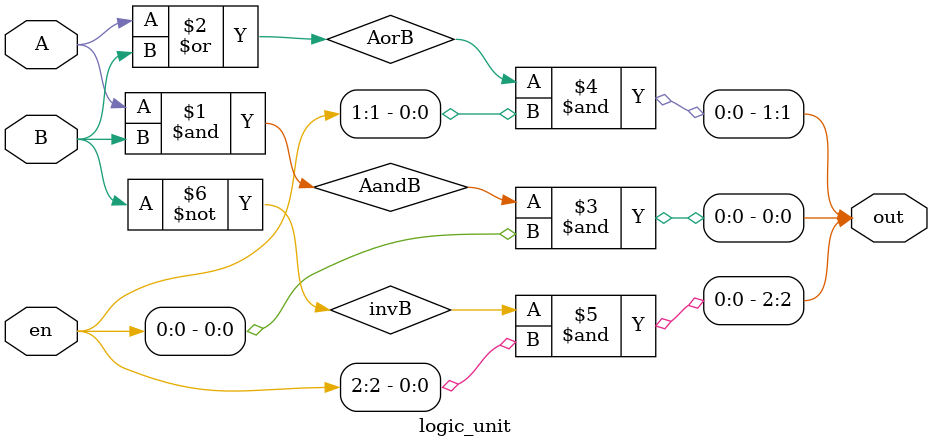
<source format=v>
	module logic_unit (out, en, A, B);
	input A, B;
	input [2:0] en;
	output [2:0] out;
	wire AandB, AorB, invB;

	and (AandB, A, B);
	or  (AorB, A, B);
	not (invB, B);

	and (out[0], AandB, en[0]);
	and (out[1], AorB, en[1]);
	and (out[2], invB, en[2]);
	endmodule

</source>
